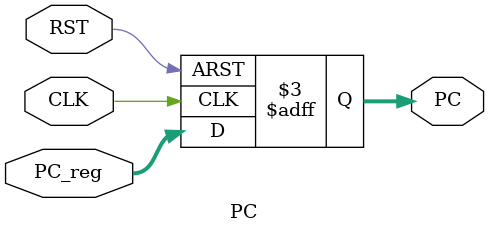
<source format=v>
module PC #(parameter PC_WIDTH = 32)
(
input                          CLK ,RST,
input      [PC_WIDTH - 1 : 0]   PC_reg ,
output reg [PC_WIDTH - 1 : 0]   PC 
);

always @( posedge CLK or negedge RST )
begin
if (!RST)
  PC <= 32'b0 ;
else 
  PC <= PC_reg ;
end

endmodule
</source>
